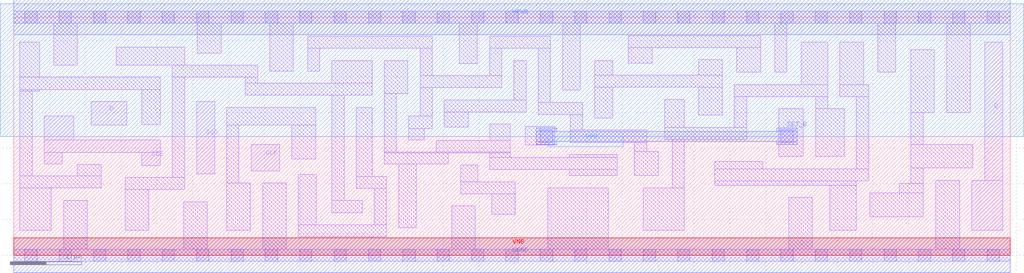
<source format=lef>
# Copyright 2020 The SkyWater PDK Authors
#
# Licensed under the Apache License, Version 2.0 (the "License");
# you may not use this file except in compliance with the License.
# You may obtain a copy of the License at
#
#     https://www.apache.org/licenses/LICENSE-2.0
#
# Unless required by applicable law or agreed to in writing, software
# distributed under the License is distributed on an "AS IS" BASIS,
# WITHOUT WARRANTIES OR CONDITIONS OF ANY KIND, either express or implied.
# See the License for the specific language governing permissions and
# limitations under the License.
#
# SPDX-License-Identifier: Apache-2.0

VERSION 5.7 ;
  NOWIREEXTENSIONATPIN ON ;
  DIVIDERCHAR "/" ;
  BUSBITCHARS "[]" ;
MACRO sky130_fd_sc_ls__sdfstp_1
  CLASS CORE ;
  FOREIGN sky130_fd_sc_ls__sdfstp_1 ;
  ORIGIN  0.000000  0.000000 ;
  SIZE  13.92000 BY  3.330000 ;
  SYMMETRY X Y ;
  SITE unit ;
  PIN D
    ANTENNAGATEAREA  0.159000 ;
    DIRECTION INPUT ;
    USE SIGNAL ;
    PORT
      LAYER li1 ;
        RECT 1.085000 1.820000 1.580000 2.150000 ;
    END
  END D
  PIN Q
    ANTENNADIFFAREA  0.530100 ;
    DIRECTION OUTPUT ;
    USE SIGNAL ;
    PORT
      LAYER li1 ;
        RECT 13.380000 0.350000 13.815000 1.050000 ;
        RECT 13.565000 1.050000 13.815000 2.980000 ;
    END
  END Q
  PIN SCD
    ANTENNAGATEAREA  0.159000 ;
    DIRECTION INPUT ;
    USE SIGNAL ;
    PORT
      LAYER li1 ;
        RECT 2.555000 1.140000 2.805000 2.150000 ;
    END
  END SCD
  PIN SCE
    ANTENNAGATEAREA  0.318000 ;
    DIRECTION INPUT ;
    USE SIGNAL ;
    PORT
      LAYER li1 ;
        RECT 0.425000 1.280000 0.680000 1.440000 ;
        RECT 0.425000 1.440000 2.045000 1.610000 ;
        RECT 0.425000 1.610000 0.835000 1.950000 ;
        RECT 1.790000 1.260000 2.045000 1.440000 ;
    END
  END SCE
  PIN SET_B
    ANTENNAGATEAREA  0.252000 ;
    DIRECTION INPUT ;
    USE SIGNAL ;
    PORT
      LAYER met1 ;
        RECT  7.295000 1.550000  7.585000 1.595000 ;
        RECT  7.295000 1.595000 10.945000 1.735000 ;
        RECT  7.295000 1.735000  7.585000 1.780000 ;
        RECT 10.655000 1.550000 10.945000 1.595000 ;
        RECT 10.655000 1.735000 10.945000 1.780000 ;
    END
  END SET_B
  PIN CLK
    ANTENNAGATEAREA  0.279000 ;
    DIRECTION INPUT ;
    USE CLOCK ;
    PORT
      LAYER li1 ;
        RECT 3.315000 1.180000 3.715000 1.550000 ;
    END
  END CLK
  PIN VGND
    DIRECTION INOUT ;
    SHAPE ABUTMENT ;
    USE GROUND ;
    PORT
      LAYER met1 ;
        RECT 0.000000 -0.245000 13.920000 0.245000 ;
    END
  END VGND
  PIN VNB
    DIRECTION INOUT ;
    USE GROUND ;
    PORT
      LAYER pwell ;
        RECT 0.000000 0.000000 13.920000 0.245000 ;
    END
  END VNB
  PIN VPB
    DIRECTION INOUT ;
    USE POWER ;
    PORT
      LAYER nwell ;
        RECT -0.190000 1.660000 14.110000 3.520000 ;
        RECT  7.455000 1.525000  8.515000 1.660000 ;
    END
  END VPB
  PIN VPWR
    DIRECTION INOUT ;
    SHAPE ABUTMENT ;
    USE POWER ;
    PORT
      LAYER met1 ;
        RECT 0.000000 3.085000 13.920000 3.575000 ;
    END
  END VPWR
  OBS
    LAYER li1 ;
      RECT  0.000000 -0.085000 13.920000 0.085000 ;
      RECT  0.000000  3.245000 13.920000 3.415000 ;
      RECT  0.085000  0.350000  0.525000 0.940000 ;
      RECT  0.085000  0.940000  1.220000 1.110000 ;
      RECT  0.085000  1.110000  0.255000 2.300000 ;
      RECT  0.085000  2.300000  0.360000 2.320000 ;
      RECT  0.085000  2.320000  2.045000 2.490000 ;
      RECT  0.085000  2.490000  0.360000 2.980000 ;
      RECT  0.560000  2.660000  0.890000 3.245000 ;
      RECT  0.695000  0.085000  1.025000 0.770000 ;
      RECT  0.890000  1.110000  1.220000 1.270000 ;
      RECT  1.430000  2.660000  2.385000 2.910000 ;
      RECT  1.555000  0.350000  1.885000 0.920000 ;
      RECT  1.555000  0.920000  2.385000 1.090000 ;
      RECT  1.790000  1.830000  2.045000 2.320000 ;
      RECT  2.215000  1.090000  2.385000 2.490000 ;
      RECT  2.215000  2.490000  3.405000 2.660000 ;
      RECT  2.375000  0.085000  2.705000 0.750000 ;
      RECT  2.565000  2.830000  2.895000 3.245000 ;
      RECT  2.975000  0.350000  3.305000 1.010000 ;
      RECT  2.975000  1.010000  3.145000 1.820000 ;
      RECT  2.975000  1.820000  4.215000 2.070000 ;
      RECT  3.235000  2.240000  5.005000 2.410000 ;
      RECT  3.235000  2.410000  3.405000 2.490000 ;
      RECT  3.475000  0.085000  3.805000 1.010000 ;
      RECT  3.575000  2.580000  3.905000 3.245000 ;
      RECT  3.885000  1.350000  4.215000 1.820000 ;
      RECT  3.975000  0.255000  5.205000 0.425000 ;
      RECT  3.975000  0.425000  4.225000 1.130000 ;
      RECT  4.105000  2.580000  4.275000 2.895000 ;
      RECT  4.105000  2.895000  5.845000 3.065000 ;
      RECT  4.445000  0.595000  4.865000 0.765000 ;
      RECT  4.445000  0.765000  4.615000 2.240000 ;
      RECT  4.445000  2.410000  5.005000 2.725000 ;
      RECT  4.785000  0.935000  5.205000 1.105000 ;
      RECT  4.785000  1.105000  5.005000 2.070000 ;
      RECT  5.035000  0.425000  5.205000 0.935000 ;
      RECT  5.175000  1.275000  6.070000 1.435000 ;
      RECT  5.175000  1.435000  6.935000 1.445000 ;
      RECT  5.175000  1.445000  5.345000 2.265000 ;
      RECT  5.175000  2.265000  5.505000 2.725000 ;
      RECT  5.375000  0.385000  5.625000 1.275000 ;
      RECT  5.515000  1.615000  5.730000 1.775000 ;
      RECT  5.515000  1.775000  5.845000 1.945000 ;
      RECT  5.675000  1.945000  5.845000 2.345000 ;
      RECT  5.675000  2.345000  6.815000 2.515000 ;
      RECT  5.675000  2.515000  5.845000 2.895000 ;
      RECT  5.900000  1.445000  6.935000 1.605000 ;
      RECT  6.015000  1.795000  6.345000 2.005000 ;
      RECT  6.015000  2.005000  7.155000 2.175000 ;
      RECT  6.115000  0.085000  6.445000 0.690000 ;
      RECT  6.225000  2.685000  6.475000 3.245000 ;
      RECT  6.240000  0.860000  7.005000 1.030000 ;
      RECT  6.240000  1.030000  6.480000 1.265000 ;
      RECT  6.645000  2.515000  6.815000 2.895000 ;
      RECT  6.645000  2.895000  7.495000 3.065000 ;
      RECT  6.650000  1.200000  8.430000 1.370000 ;
      RECT  6.650000  1.370000  6.935000 1.435000 ;
      RECT  6.650000  1.605000  6.935000 1.835000 ;
      RECT  6.675000  0.570000  7.005000 0.860000 ;
      RECT  6.985000  2.175000  7.155000 2.725000 ;
      RECT  7.145000  1.540000  7.555000 1.800000 ;
      RECT  7.325000  1.970000  7.945000 2.140000 ;
      RECT  7.325000  2.140000  7.495000 2.895000 ;
      RECT  7.455000  0.085000  8.305000 0.940000 ;
      RECT  7.665000  2.310000  7.915000 3.245000 ;
      RECT  7.760000  1.120000  8.430000 1.200000 ;
      RECT  7.760000  1.370000  8.430000 1.410000 ;
      RECT  7.775000  1.580000  8.840000 1.750000 ;
      RECT  7.775000  1.750000  7.945000 1.970000 ;
      RECT  8.115000  1.920000  8.365000 2.350000 ;
      RECT  8.115000  2.350000  9.895000 2.520000 ;
      RECT  8.115000  2.520000  8.365000 2.725000 ;
      RECT  8.585000  2.690000  8.915000 2.905000 ;
      RECT  8.585000  2.905000 10.430000 3.075000 ;
      RECT  8.670000  1.120000  9.000000 1.450000 ;
      RECT  8.670000  1.450000  8.840000 1.580000 ;
      RECT  8.795000  0.350000  9.365000 0.940000 ;
      RECT  9.090000  1.620000 10.235000 1.790000 ;
      RECT  9.090000  1.790000  9.365000 2.180000 ;
      RECT  9.195000  0.940000  9.365000 1.620000 ;
      RECT  9.565000  1.960000  9.895000 2.350000 ;
      RECT  9.565000  2.520000  9.895000 2.735000 ;
      RECT  9.790000  0.980000 11.770000 1.040000 ;
      RECT  9.790000  1.040000 11.940000 1.210000 ;
      RECT  9.790000  1.210000 10.460000 1.310000 ;
      RECT 10.065000  1.790000 10.235000 2.220000 ;
      RECT 10.065000  2.220000 11.370000 2.390000 ;
      RECT 10.100000  2.560000 10.430000 2.905000 ;
      RECT 10.630000  2.560000 10.800000 3.245000 ;
      RECT 10.685000  1.380000 11.030000 2.050000 ;
      RECT 10.825000  0.085000 11.155000 0.810000 ;
      RECT 11.000000  2.390000 11.370000 2.980000 ;
      RECT 11.200000  1.380000 11.600000 2.050000 ;
      RECT 11.200000  2.050000 11.370000 2.220000 ;
      RECT 11.395000  0.350000 11.770000 0.980000 ;
      RECT 11.540000  2.220000 11.940000 2.390000 ;
      RECT 11.540000  2.390000 11.870000 2.980000 ;
      RECT 11.770000  1.210000 11.940000 2.220000 ;
      RECT 11.955000  0.540000 12.700000 0.870000 ;
      RECT 12.070000  2.560000 12.320000 3.245000 ;
      RECT 12.370000  0.870000 12.700000 1.005000 ;
      RECT 12.530000  1.005000 12.700000 1.220000 ;
      RECT 12.530000  1.220000 13.395000 1.550000 ;
      RECT 12.530000  1.550000 12.700000 1.995000 ;
      RECT 12.530000  1.995000 12.860000 2.875000 ;
      RECT 12.880000  0.085000 13.210000 1.050000 ;
      RECT 13.030000  1.995000 13.360000 3.245000 ;
    LAYER mcon ;
      RECT  0.155000 -0.085000  0.325000 0.085000 ;
      RECT  0.155000  3.245000  0.325000 3.415000 ;
      RECT  0.635000 -0.085000  0.805000 0.085000 ;
      RECT  0.635000  3.245000  0.805000 3.415000 ;
      RECT  1.115000 -0.085000  1.285000 0.085000 ;
      RECT  1.115000  3.245000  1.285000 3.415000 ;
      RECT  1.595000 -0.085000  1.765000 0.085000 ;
      RECT  1.595000  3.245000  1.765000 3.415000 ;
      RECT  2.075000 -0.085000  2.245000 0.085000 ;
      RECT  2.075000  3.245000  2.245000 3.415000 ;
      RECT  2.555000 -0.085000  2.725000 0.085000 ;
      RECT  2.555000  3.245000  2.725000 3.415000 ;
      RECT  3.035000 -0.085000  3.205000 0.085000 ;
      RECT  3.035000  3.245000  3.205000 3.415000 ;
      RECT  3.515000 -0.085000  3.685000 0.085000 ;
      RECT  3.515000  3.245000  3.685000 3.415000 ;
      RECT  3.995000 -0.085000  4.165000 0.085000 ;
      RECT  3.995000  3.245000  4.165000 3.415000 ;
      RECT  4.475000 -0.085000  4.645000 0.085000 ;
      RECT  4.475000  3.245000  4.645000 3.415000 ;
      RECT  4.955000 -0.085000  5.125000 0.085000 ;
      RECT  4.955000  3.245000  5.125000 3.415000 ;
      RECT  5.435000 -0.085000  5.605000 0.085000 ;
      RECT  5.435000  3.245000  5.605000 3.415000 ;
      RECT  5.915000 -0.085000  6.085000 0.085000 ;
      RECT  5.915000  3.245000  6.085000 3.415000 ;
      RECT  6.395000 -0.085000  6.565000 0.085000 ;
      RECT  6.395000  3.245000  6.565000 3.415000 ;
      RECT  6.875000 -0.085000  7.045000 0.085000 ;
      RECT  6.875000  3.245000  7.045000 3.415000 ;
      RECT  7.355000 -0.085000  7.525000 0.085000 ;
      RECT  7.355000  1.580000  7.525000 1.750000 ;
      RECT  7.355000  3.245000  7.525000 3.415000 ;
      RECT  7.835000 -0.085000  8.005000 0.085000 ;
      RECT  7.835000  3.245000  8.005000 3.415000 ;
      RECT  8.315000 -0.085000  8.485000 0.085000 ;
      RECT  8.315000  3.245000  8.485000 3.415000 ;
      RECT  8.795000 -0.085000  8.965000 0.085000 ;
      RECT  8.795000  3.245000  8.965000 3.415000 ;
      RECT  9.275000 -0.085000  9.445000 0.085000 ;
      RECT  9.275000  3.245000  9.445000 3.415000 ;
      RECT  9.755000 -0.085000  9.925000 0.085000 ;
      RECT  9.755000  3.245000  9.925000 3.415000 ;
      RECT 10.235000 -0.085000 10.405000 0.085000 ;
      RECT 10.235000  3.245000 10.405000 3.415000 ;
      RECT 10.715000 -0.085000 10.885000 0.085000 ;
      RECT 10.715000  1.580000 10.885000 1.750000 ;
      RECT 10.715000  3.245000 10.885000 3.415000 ;
      RECT 11.195000 -0.085000 11.365000 0.085000 ;
      RECT 11.195000  3.245000 11.365000 3.415000 ;
      RECT 11.675000 -0.085000 11.845000 0.085000 ;
      RECT 11.675000  3.245000 11.845000 3.415000 ;
      RECT 12.155000 -0.085000 12.325000 0.085000 ;
      RECT 12.155000  3.245000 12.325000 3.415000 ;
      RECT 12.635000 -0.085000 12.805000 0.085000 ;
      RECT 12.635000  3.245000 12.805000 3.415000 ;
      RECT 13.115000 -0.085000 13.285000 0.085000 ;
      RECT 13.115000  3.245000 13.285000 3.415000 ;
      RECT 13.595000 -0.085000 13.765000 0.085000 ;
      RECT 13.595000  3.245000 13.765000 3.415000 ;
  END
END sky130_fd_sc_ls__sdfstp_1
END LIBRARY

</source>
